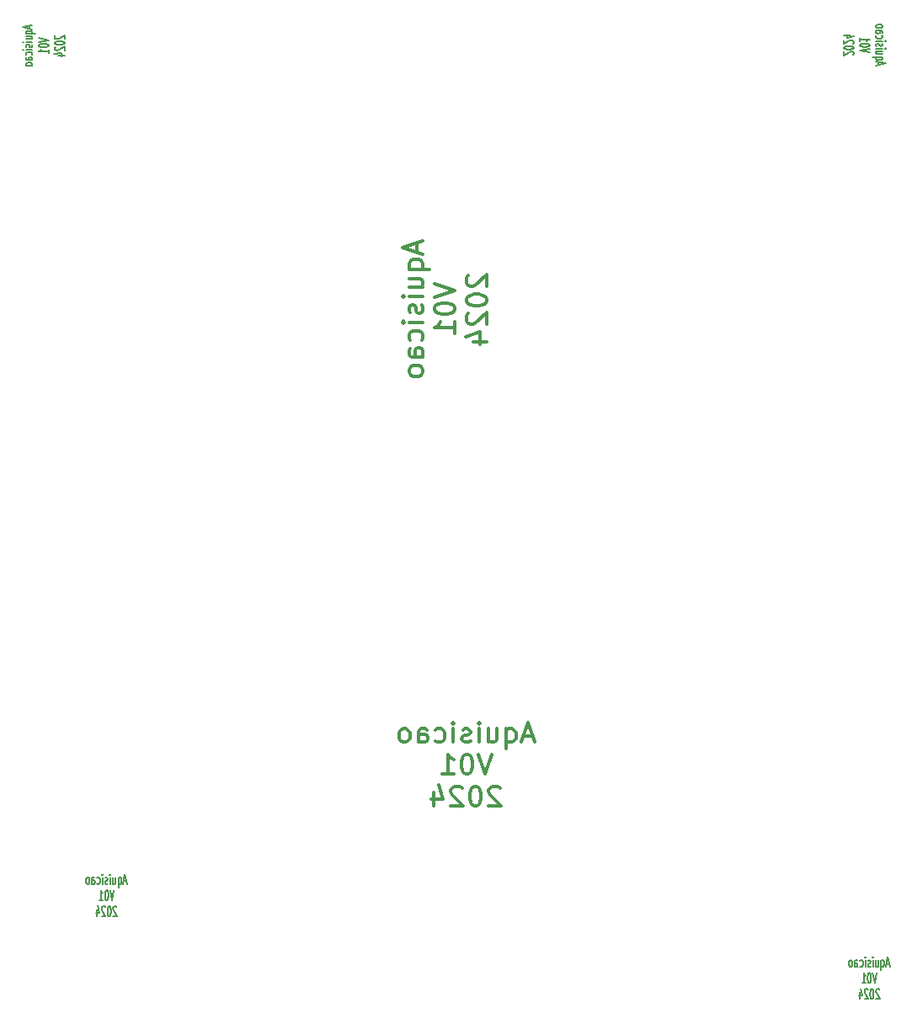
<source format=gbo>
G04 #@! TF.GenerationSoftware,KiCad,Pcbnew,7.0.10-7.0.10~ubuntu20.04.1*
G04 #@! TF.CreationDate,2024-07-24T18:32:25-03:00*
G04 #@! TF.ProjectId,Aquisicao_STM_Barramento_v01,41717569-7369-4636-916f-5f53544d5f42,v04*
G04 #@! TF.SameCoordinates,Original*
G04 #@! TF.FileFunction,Legend,Bot*
G04 #@! TF.FilePolarity,Positive*
%FSLAX46Y46*%
G04 Gerber Fmt 4.6, Leading zero omitted, Abs format (unit mm)*
G04 Created by KiCad (PCBNEW 7.0.10-7.0.10~ubuntu20.04.1) date 2024-07-24 18:32:25*
%MOMM*%
%LPD*%
G01*
G04 APERTURE LIST*
%ADD10C,0.300000*%
%ADD11C,0.150000*%
%ADD12R,1.700000X1.700000*%
%ADD13O,1.700000X1.700000*%
%ADD14R,2.250000X1.727200*%
%ADD15O,2.250000X1.727200*%
%ADD16O,1.727200X1.727200*%
%ADD17R,1.600000X1.600000*%
%ADD18C,1.600000*%
%ADD19R,1.800000X1.800000*%
%ADD20O,1.800000X1.800000*%
%ADD21R,1.905000X2.000000*%
%ADD22O,1.905000X2.000000*%
%ADD23O,2.500000X1.800000*%
%ADD24R,2.500000X1.800000*%
%ADD25R,1.727200X2.250000*%
%ADD26O,1.727200X2.250000*%
%ADD27R,2.200000X2.200000*%
%ADD28O,2.200000X2.200000*%
G04 APERTURE END LIST*
D10*
X154889286Y-123053209D02*
X153936905Y-123053209D01*
X155079762Y-123624638D02*
X154413096Y-121624638D01*
X154413096Y-121624638D02*
X153746429Y-123624638D01*
X152222619Y-122291304D02*
X152222619Y-124291304D01*
X152222619Y-123529400D02*
X152413095Y-123624638D01*
X152413095Y-123624638D02*
X152794048Y-123624638D01*
X152794048Y-123624638D02*
X152984524Y-123529400D01*
X152984524Y-123529400D02*
X153079762Y-123434161D01*
X153079762Y-123434161D02*
X153175000Y-123243685D01*
X153175000Y-123243685D02*
X153175000Y-122672257D01*
X153175000Y-122672257D02*
X153079762Y-122481780D01*
X153079762Y-122481780D02*
X152984524Y-122386542D01*
X152984524Y-122386542D02*
X152794048Y-122291304D01*
X152794048Y-122291304D02*
X152413095Y-122291304D01*
X152413095Y-122291304D02*
X152222619Y-122386542D01*
X150413095Y-122291304D02*
X150413095Y-123624638D01*
X151270238Y-122291304D02*
X151270238Y-123338923D01*
X151270238Y-123338923D02*
X151175000Y-123529400D01*
X151175000Y-123529400D02*
X150984524Y-123624638D01*
X150984524Y-123624638D02*
X150698809Y-123624638D01*
X150698809Y-123624638D02*
X150508333Y-123529400D01*
X150508333Y-123529400D02*
X150413095Y-123434161D01*
X149460714Y-123624638D02*
X149460714Y-122291304D01*
X149460714Y-121624638D02*
X149555952Y-121719876D01*
X149555952Y-121719876D02*
X149460714Y-121815114D01*
X149460714Y-121815114D02*
X149365476Y-121719876D01*
X149365476Y-121719876D02*
X149460714Y-121624638D01*
X149460714Y-121624638D02*
X149460714Y-121815114D01*
X148603571Y-123529400D02*
X148413095Y-123624638D01*
X148413095Y-123624638D02*
X148032143Y-123624638D01*
X148032143Y-123624638D02*
X147841666Y-123529400D01*
X147841666Y-123529400D02*
X147746428Y-123338923D01*
X147746428Y-123338923D02*
X147746428Y-123243685D01*
X147746428Y-123243685D02*
X147841666Y-123053209D01*
X147841666Y-123053209D02*
X148032143Y-122957971D01*
X148032143Y-122957971D02*
X148317857Y-122957971D01*
X148317857Y-122957971D02*
X148508333Y-122862733D01*
X148508333Y-122862733D02*
X148603571Y-122672257D01*
X148603571Y-122672257D02*
X148603571Y-122577019D01*
X148603571Y-122577019D02*
X148508333Y-122386542D01*
X148508333Y-122386542D02*
X148317857Y-122291304D01*
X148317857Y-122291304D02*
X148032143Y-122291304D01*
X148032143Y-122291304D02*
X147841666Y-122386542D01*
X146889285Y-123624638D02*
X146889285Y-122291304D01*
X146889285Y-121624638D02*
X146984523Y-121719876D01*
X146984523Y-121719876D02*
X146889285Y-121815114D01*
X146889285Y-121815114D02*
X146794047Y-121719876D01*
X146794047Y-121719876D02*
X146889285Y-121624638D01*
X146889285Y-121624638D02*
X146889285Y-121815114D01*
X145079761Y-123529400D02*
X145270237Y-123624638D01*
X145270237Y-123624638D02*
X145651190Y-123624638D01*
X145651190Y-123624638D02*
X145841666Y-123529400D01*
X145841666Y-123529400D02*
X145936904Y-123434161D01*
X145936904Y-123434161D02*
X146032142Y-123243685D01*
X146032142Y-123243685D02*
X146032142Y-122672257D01*
X146032142Y-122672257D02*
X145936904Y-122481780D01*
X145936904Y-122481780D02*
X145841666Y-122386542D01*
X145841666Y-122386542D02*
X145651190Y-122291304D01*
X145651190Y-122291304D02*
X145270237Y-122291304D01*
X145270237Y-122291304D02*
X145079761Y-122386542D01*
X143365475Y-123624638D02*
X143365475Y-122577019D01*
X143365475Y-122577019D02*
X143460713Y-122386542D01*
X143460713Y-122386542D02*
X143651189Y-122291304D01*
X143651189Y-122291304D02*
X144032142Y-122291304D01*
X144032142Y-122291304D02*
X144222618Y-122386542D01*
X143365475Y-123529400D02*
X143555951Y-123624638D01*
X143555951Y-123624638D02*
X144032142Y-123624638D01*
X144032142Y-123624638D02*
X144222618Y-123529400D01*
X144222618Y-123529400D02*
X144317856Y-123338923D01*
X144317856Y-123338923D02*
X144317856Y-123148447D01*
X144317856Y-123148447D02*
X144222618Y-122957971D01*
X144222618Y-122957971D02*
X144032142Y-122862733D01*
X144032142Y-122862733D02*
X143555951Y-122862733D01*
X143555951Y-122862733D02*
X143365475Y-122767495D01*
X142127380Y-123624638D02*
X142317856Y-123529400D01*
X142317856Y-123529400D02*
X142413094Y-123434161D01*
X142413094Y-123434161D02*
X142508332Y-123243685D01*
X142508332Y-123243685D02*
X142508332Y-122672257D01*
X142508332Y-122672257D02*
X142413094Y-122481780D01*
X142413094Y-122481780D02*
X142317856Y-122386542D01*
X142317856Y-122386542D02*
X142127380Y-122291304D01*
X142127380Y-122291304D02*
X141841665Y-122291304D01*
X141841665Y-122291304D02*
X141651189Y-122386542D01*
X141651189Y-122386542D02*
X141555951Y-122481780D01*
X141555951Y-122481780D02*
X141460713Y-122672257D01*
X141460713Y-122672257D02*
X141460713Y-123243685D01*
X141460713Y-123243685D02*
X141555951Y-123434161D01*
X141555951Y-123434161D02*
X141651189Y-123529400D01*
X141651189Y-123529400D02*
X141841665Y-123624638D01*
X141841665Y-123624638D02*
X142127380Y-123624638D01*
X150746428Y-124844638D02*
X150079762Y-126844638D01*
X150079762Y-126844638D02*
X149413095Y-124844638D01*
X148365476Y-124844638D02*
X148174999Y-124844638D01*
X148174999Y-124844638D02*
X147984523Y-124939876D01*
X147984523Y-124939876D02*
X147889285Y-125035114D01*
X147889285Y-125035114D02*
X147794047Y-125225590D01*
X147794047Y-125225590D02*
X147698809Y-125606542D01*
X147698809Y-125606542D02*
X147698809Y-126082733D01*
X147698809Y-126082733D02*
X147794047Y-126463685D01*
X147794047Y-126463685D02*
X147889285Y-126654161D01*
X147889285Y-126654161D02*
X147984523Y-126749400D01*
X147984523Y-126749400D02*
X148174999Y-126844638D01*
X148174999Y-126844638D02*
X148365476Y-126844638D01*
X148365476Y-126844638D02*
X148555952Y-126749400D01*
X148555952Y-126749400D02*
X148651190Y-126654161D01*
X148651190Y-126654161D02*
X148746428Y-126463685D01*
X148746428Y-126463685D02*
X148841666Y-126082733D01*
X148841666Y-126082733D02*
X148841666Y-125606542D01*
X148841666Y-125606542D02*
X148746428Y-125225590D01*
X148746428Y-125225590D02*
X148651190Y-125035114D01*
X148651190Y-125035114D02*
X148555952Y-124939876D01*
X148555952Y-124939876D02*
X148365476Y-124844638D01*
X145794047Y-126844638D02*
X146936904Y-126844638D01*
X146365476Y-126844638D02*
X146365476Y-124844638D01*
X146365476Y-124844638D02*
X146555952Y-125130352D01*
X146555952Y-125130352D02*
X146746428Y-125320828D01*
X146746428Y-125320828D02*
X146936904Y-125416066D01*
X151603571Y-128255114D02*
X151508333Y-128159876D01*
X151508333Y-128159876D02*
X151317857Y-128064638D01*
X151317857Y-128064638D02*
X150841666Y-128064638D01*
X150841666Y-128064638D02*
X150651190Y-128159876D01*
X150651190Y-128159876D02*
X150555952Y-128255114D01*
X150555952Y-128255114D02*
X150460714Y-128445590D01*
X150460714Y-128445590D02*
X150460714Y-128636066D01*
X150460714Y-128636066D02*
X150555952Y-128921780D01*
X150555952Y-128921780D02*
X151698809Y-130064638D01*
X151698809Y-130064638D02*
X150460714Y-130064638D01*
X149222619Y-128064638D02*
X149032142Y-128064638D01*
X149032142Y-128064638D02*
X148841666Y-128159876D01*
X148841666Y-128159876D02*
X148746428Y-128255114D01*
X148746428Y-128255114D02*
X148651190Y-128445590D01*
X148651190Y-128445590D02*
X148555952Y-128826542D01*
X148555952Y-128826542D02*
X148555952Y-129302733D01*
X148555952Y-129302733D02*
X148651190Y-129683685D01*
X148651190Y-129683685D02*
X148746428Y-129874161D01*
X148746428Y-129874161D02*
X148841666Y-129969400D01*
X148841666Y-129969400D02*
X149032142Y-130064638D01*
X149032142Y-130064638D02*
X149222619Y-130064638D01*
X149222619Y-130064638D02*
X149413095Y-129969400D01*
X149413095Y-129969400D02*
X149508333Y-129874161D01*
X149508333Y-129874161D02*
X149603571Y-129683685D01*
X149603571Y-129683685D02*
X149698809Y-129302733D01*
X149698809Y-129302733D02*
X149698809Y-128826542D01*
X149698809Y-128826542D02*
X149603571Y-128445590D01*
X149603571Y-128445590D02*
X149508333Y-128255114D01*
X149508333Y-128255114D02*
X149413095Y-128159876D01*
X149413095Y-128159876D02*
X149222619Y-128064638D01*
X147794047Y-128255114D02*
X147698809Y-128159876D01*
X147698809Y-128159876D02*
X147508333Y-128064638D01*
X147508333Y-128064638D02*
X147032142Y-128064638D01*
X147032142Y-128064638D02*
X146841666Y-128159876D01*
X146841666Y-128159876D02*
X146746428Y-128255114D01*
X146746428Y-128255114D02*
X146651190Y-128445590D01*
X146651190Y-128445590D02*
X146651190Y-128636066D01*
X146651190Y-128636066D02*
X146746428Y-128921780D01*
X146746428Y-128921780D02*
X147889285Y-130064638D01*
X147889285Y-130064638D02*
X146651190Y-130064638D01*
X144936904Y-128731304D02*
X144936904Y-130064638D01*
X145413095Y-127969400D02*
X145889285Y-129397971D01*
X145889285Y-129397971D02*
X144651190Y-129397971D01*
D11*
X104289104Y-51610714D02*
X104289104Y-51896429D01*
X104574819Y-51553571D02*
X103574819Y-51753571D01*
X103574819Y-51753571D02*
X104574819Y-51953571D01*
X103908152Y-52410715D02*
X104908152Y-52410715D01*
X104527200Y-52410715D02*
X104574819Y-52353572D01*
X104574819Y-52353572D02*
X104574819Y-52239286D01*
X104574819Y-52239286D02*
X104527200Y-52182143D01*
X104527200Y-52182143D02*
X104479580Y-52153572D01*
X104479580Y-52153572D02*
X104384342Y-52125000D01*
X104384342Y-52125000D02*
X104098628Y-52125000D01*
X104098628Y-52125000D02*
X104003390Y-52153572D01*
X104003390Y-52153572D02*
X103955771Y-52182143D01*
X103955771Y-52182143D02*
X103908152Y-52239286D01*
X103908152Y-52239286D02*
X103908152Y-52353572D01*
X103908152Y-52353572D02*
X103955771Y-52410715D01*
X103908152Y-52953572D02*
X104574819Y-52953572D01*
X103908152Y-52696429D02*
X104431961Y-52696429D01*
X104431961Y-52696429D02*
X104527200Y-52725000D01*
X104527200Y-52725000D02*
X104574819Y-52782143D01*
X104574819Y-52782143D02*
X104574819Y-52867857D01*
X104574819Y-52867857D02*
X104527200Y-52925000D01*
X104527200Y-52925000D02*
X104479580Y-52953572D01*
X104574819Y-53239286D02*
X103908152Y-53239286D01*
X103574819Y-53239286D02*
X103622438Y-53210714D01*
X103622438Y-53210714D02*
X103670057Y-53239286D01*
X103670057Y-53239286D02*
X103622438Y-53267857D01*
X103622438Y-53267857D02*
X103574819Y-53239286D01*
X103574819Y-53239286D02*
X103670057Y-53239286D01*
X104527200Y-53496428D02*
X104574819Y-53553571D01*
X104574819Y-53553571D02*
X104574819Y-53667857D01*
X104574819Y-53667857D02*
X104527200Y-53725000D01*
X104527200Y-53725000D02*
X104431961Y-53753571D01*
X104431961Y-53753571D02*
X104384342Y-53753571D01*
X104384342Y-53753571D02*
X104289104Y-53725000D01*
X104289104Y-53725000D02*
X104241485Y-53667857D01*
X104241485Y-53667857D02*
X104241485Y-53582143D01*
X104241485Y-53582143D02*
X104193866Y-53525000D01*
X104193866Y-53525000D02*
X104098628Y-53496428D01*
X104098628Y-53496428D02*
X104051009Y-53496428D01*
X104051009Y-53496428D02*
X103955771Y-53525000D01*
X103955771Y-53525000D02*
X103908152Y-53582143D01*
X103908152Y-53582143D02*
X103908152Y-53667857D01*
X103908152Y-53667857D02*
X103955771Y-53725000D01*
X104574819Y-54010714D02*
X103908152Y-54010714D01*
X103574819Y-54010714D02*
X103622438Y-53982142D01*
X103622438Y-53982142D02*
X103670057Y-54010714D01*
X103670057Y-54010714D02*
X103622438Y-54039285D01*
X103622438Y-54039285D02*
X103574819Y-54010714D01*
X103574819Y-54010714D02*
X103670057Y-54010714D01*
X104527200Y-54553571D02*
X104574819Y-54496428D01*
X104574819Y-54496428D02*
X104574819Y-54382142D01*
X104574819Y-54382142D02*
X104527200Y-54324999D01*
X104527200Y-54324999D02*
X104479580Y-54296428D01*
X104479580Y-54296428D02*
X104384342Y-54267856D01*
X104384342Y-54267856D02*
X104098628Y-54267856D01*
X104098628Y-54267856D02*
X104003390Y-54296428D01*
X104003390Y-54296428D02*
X103955771Y-54324999D01*
X103955771Y-54324999D02*
X103908152Y-54382142D01*
X103908152Y-54382142D02*
X103908152Y-54496428D01*
X103908152Y-54496428D02*
X103955771Y-54553571D01*
X104574819Y-55067857D02*
X104051009Y-55067857D01*
X104051009Y-55067857D02*
X103955771Y-55039285D01*
X103955771Y-55039285D02*
X103908152Y-54982142D01*
X103908152Y-54982142D02*
X103908152Y-54867857D01*
X103908152Y-54867857D02*
X103955771Y-54810714D01*
X104527200Y-55067857D02*
X104574819Y-55010714D01*
X104574819Y-55010714D02*
X104574819Y-54867857D01*
X104574819Y-54867857D02*
X104527200Y-54810714D01*
X104527200Y-54810714D02*
X104431961Y-54782142D01*
X104431961Y-54782142D02*
X104336723Y-54782142D01*
X104336723Y-54782142D02*
X104241485Y-54810714D01*
X104241485Y-54810714D02*
X104193866Y-54867857D01*
X104193866Y-54867857D02*
X104193866Y-55010714D01*
X104193866Y-55010714D02*
X104146247Y-55067857D01*
X104574819Y-55439285D02*
X104527200Y-55382142D01*
X104527200Y-55382142D02*
X104479580Y-55353571D01*
X104479580Y-55353571D02*
X104384342Y-55324999D01*
X104384342Y-55324999D02*
X104098628Y-55324999D01*
X104098628Y-55324999D02*
X104003390Y-55353571D01*
X104003390Y-55353571D02*
X103955771Y-55382142D01*
X103955771Y-55382142D02*
X103908152Y-55439285D01*
X103908152Y-55439285D02*
X103908152Y-55524999D01*
X103908152Y-55524999D02*
X103955771Y-55582142D01*
X103955771Y-55582142D02*
X104003390Y-55610714D01*
X104003390Y-55610714D02*
X104098628Y-55639285D01*
X104098628Y-55639285D02*
X104384342Y-55639285D01*
X104384342Y-55639285D02*
X104479580Y-55610714D01*
X104479580Y-55610714D02*
X104527200Y-55582142D01*
X104527200Y-55582142D02*
X104574819Y-55524999D01*
X104574819Y-55524999D02*
X104574819Y-55439285D01*
X105184819Y-52853570D02*
X106184819Y-53053570D01*
X106184819Y-53053570D02*
X105184819Y-53253570D01*
X105184819Y-53567856D02*
X105184819Y-53624999D01*
X105184819Y-53624999D02*
X105232438Y-53682142D01*
X105232438Y-53682142D02*
X105280057Y-53710714D01*
X105280057Y-53710714D02*
X105375295Y-53739285D01*
X105375295Y-53739285D02*
X105565771Y-53767856D01*
X105565771Y-53767856D02*
X105803866Y-53767856D01*
X105803866Y-53767856D02*
X105994342Y-53739285D01*
X105994342Y-53739285D02*
X106089580Y-53710714D01*
X106089580Y-53710714D02*
X106137200Y-53682142D01*
X106137200Y-53682142D02*
X106184819Y-53624999D01*
X106184819Y-53624999D02*
X106184819Y-53567856D01*
X106184819Y-53567856D02*
X106137200Y-53510714D01*
X106137200Y-53510714D02*
X106089580Y-53482142D01*
X106089580Y-53482142D02*
X105994342Y-53453571D01*
X105994342Y-53453571D02*
X105803866Y-53424999D01*
X105803866Y-53424999D02*
X105565771Y-53424999D01*
X105565771Y-53424999D02*
X105375295Y-53453571D01*
X105375295Y-53453571D02*
X105280057Y-53482142D01*
X105280057Y-53482142D02*
X105232438Y-53510714D01*
X105232438Y-53510714D02*
X105184819Y-53567856D01*
X106184819Y-54339285D02*
X106184819Y-53996428D01*
X106184819Y-54167857D02*
X105184819Y-54167857D01*
X105184819Y-54167857D02*
X105327676Y-54110714D01*
X105327676Y-54110714D02*
X105422914Y-54053571D01*
X105422914Y-54053571D02*
X105470533Y-53996428D01*
X106890057Y-52596427D02*
X106842438Y-52624999D01*
X106842438Y-52624999D02*
X106794819Y-52682142D01*
X106794819Y-52682142D02*
X106794819Y-52824999D01*
X106794819Y-52824999D02*
X106842438Y-52882142D01*
X106842438Y-52882142D02*
X106890057Y-52910713D01*
X106890057Y-52910713D02*
X106985295Y-52939284D01*
X106985295Y-52939284D02*
X107080533Y-52939284D01*
X107080533Y-52939284D02*
X107223390Y-52910713D01*
X107223390Y-52910713D02*
X107794819Y-52567856D01*
X107794819Y-52567856D02*
X107794819Y-52939284D01*
X106794819Y-53310713D02*
X106794819Y-53367856D01*
X106794819Y-53367856D02*
X106842438Y-53424999D01*
X106842438Y-53424999D02*
X106890057Y-53453571D01*
X106890057Y-53453571D02*
X106985295Y-53482142D01*
X106985295Y-53482142D02*
X107175771Y-53510713D01*
X107175771Y-53510713D02*
X107413866Y-53510713D01*
X107413866Y-53510713D02*
X107604342Y-53482142D01*
X107604342Y-53482142D02*
X107699580Y-53453571D01*
X107699580Y-53453571D02*
X107747200Y-53424999D01*
X107747200Y-53424999D02*
X107794819Y-53367856D01*
X107794819Y-53367856D02*
X107794819Y-53310713D01*
X107794819Y-53310713D02*
X107747200Y-53253571D01*
X107747200Y-53253571D02*
X107699580Y-53224999D01*
X107699580Y-53224999D02*
X107604342Y-53196428D01*
X107604342Y-53196428D02*
X107413866Y-53167856D01*
X107413866Y-53167856D02*
X107175771Y-53167856D01*
X107175771Y-53167856D02*
X106985295Y-53196428D01*
X106985295Y-53196428D02*
X106890057Y-53224999D01*
X106890057Y-53224999D02*
X106842438Y-53253571D01*
X106842438Y-53253571D02*
X106794819Y-53310713D01*
X106890057Y-53739285D02*
X106842438Y-53767857D01*
X106842438Y-53767857D02*
X106794819Y-53825000D01*
X106794819Y-53825000D02*
X106794819Y-53967857D01*
X106794819Y-53967857D02*
X106842438Y-54025000D01*
X106842438Y-54025000D02*
X106890057Y-54053571D01*
X106890057Y-54053571D02*
X106985295Y-54082142D01*
X106985295Y-54082142D02*
X107080533Y-54082142D01*
X107080533Y-54082142D02*
X107223390Y-54053571D01*
X107223390Y-54053571D02*
X107794819Y-53710714D01*
X107794819Y-53710714D02*
X107794819Y-54082142D01*
X107128152Y-54596429D02*
X107794819Y-54596429D01*
X106747200Y-54453571D02*
X107461485Y-54310714D01*
X107461485Y-54310714D02*
X107461485Y-54682143D01*
X190714285Y-145939104D02*
X190428571Y-145939104D01*
X190771428Y-146224819D02*
X190571428Y-145224819D01*
X190571428Y-145224819D02*
X190371428Y-146224819D01*
X189914285Y-145558152D02*
X189914285Y-146558152D01*
X189914285Y-146177200D02*
X189971427Y-146224819D01*
X189971427Y-146224819D02*
X190085713Y-146224819D01*
X190085713Y-146224819D02*
X190142856Y-146177200D01*
X190142856Y-146177200D02*
X190171427Y-146129580D01*
X190171427Y-146129580D02*
X190199999Y-146034342D01*
X190199999Y-146034342D02*
X190199999Y-145748628D01*
X190199999Y-145748628D02*
X190171427Y-145653390D01*
X190171427Y-145653390D02*
X190142856Y-145605771D01*
X190142856Y-145605771D02*
X190085713Y-145558152D01*
X190085713Y-145558152D02*
X189971427Y-145558152D01*
X189971427Y-145558152D02*
X189914285Y-145605771D01*
X189371428Y-145558152D02*
X189371428Y-146224819D01*
X189628570Y-145558152D02*
X189628570Y-146081961D01*
X189628570Y-146081961D02*
X189599999Y-146177200D01*
X189599999Y-146177200D02*
X189542856Y-146224819D01*
X189542856Y-146224819D02*
X189457142Y-146224819D01*
X189457142Y-146224819D02*
X189399999Y-146177200D01*
X189399999Y-146177200D02*
X189371428Y-146129580D01*
X189085713Y-146224819D02*
X189085713Y-145558152D01*
X189085713Y-145224819D02*
X189114285Y-145272438D01*
X189114285Y-145272438D02*
X189085713Y-145320057D01*
X189085713Y-145320057D02*
X189057142Y-145272438D01*
X189057142Y-145272438D02*
X189085713Y-145224819D01*
X189085713Y-145224819D02*
X189085713Y-145320057D01*
X188828571Y-146177200D02*
X188771428Y-146224819D01*
X188771428Y-146224819D02*
X188657142Y-146224819D01*
X188657142Y-146224819D02*
X188599999Y-146177200D01*
X188599999Y-146177200D02*
X188571428Y-146081961D01*
X188571428Y-146081961D02*
X188571428Y-146034342D01*
X188571428Y-146034342D02*
X188599999Y-145939104D01*
X188599999Y-145939104D02*
X188657142Y-145891485D01*
X188657142Y-145891485D02*
X188742857Y-145891485D01*
X188742857Y-145891485D02*
X188799999Y-145843866D01*
X188799999Y-145843866D02*
X188828571Y-145748628D01*
X188828571Y-145748628D02*
X188828571Y-145701009D01*
X188828571Y-145701009D02*
X188799999Y-145605771D01*
X188799999Y-145605771D02*
X188742857Y-145558152D01*
X188742857Y-145558152D02*
X188657142Y-145558152D01*
X188657142Y-145558152D02*
X188599999Y-145605771D01*
X188314285Y-146224819D02*
X188314285Y-145558152D01*
X188314285Y-145224819D02*
X188342857Y-145272438D01*
X188342857Y-145272438D02*
X188314285Y-145320057D01*
X188314285Y-145320057D02*
X188285714Y-145272438D01*
X188285714Y-145272438D02*
X188314285Y-145224819D01*
X188314285Y-145224819D02*
X188314285Y-145320057D01*
X187771429Y-146177200D02*
X187828571Y-146224819D01*
X187828571Y-146224819D02*
X187942857Y-146224819D01*
X187942857Y-146224819D02*
X188000000Y-146177200D01*
X188000000Y-146177200D02*
X188028571Y-146129580D01*
X188028571Y-146129580D02*
X188057143Y-146034342D01*
X188057143Y-146034342D02*
X188057143Y-145748628D01*
X188057143Y-145748628D02*
X188028571Y-145653390D01*
X188028571Y-145653390D02*
X188000000Y-145605771D01*
X188000000Y-145605771D02*
X187942857Y-145558152D01*
X187942857Y-145558152D02*
X187828571Y-145558152D01*
X187828571Y-145558152D02*
X187771429Y-145605771D01*
X187257143Y-146224819D02*
X187257143Y-145701009D01*
X187257143Y-145701009D02*
X187285714Y-145605771D01*
X187285714Y-145605771D02*
X187342857Y-145558152D01*
X187342857Y-145558152D02*
X187457143Y-145558152D01*
X187457143Y-145558152D02*
X187514285Y-145605771D01*
X187257143Y-146177200D02*
X187314285Y-146224819D01*
X187314285Y-146224819D02*
X187457143Y-146224819D01*
X187457143Y-146224819D02*
X187514285Y-146177200D01*
X187514285Y-146177200D02*
X187542857Y-146081961D01*
X187542857Y-146081961D02*
X187542857Y-145986723D01*
X187542857Y-145986723D02*
X187514285Y-145891485D01*
X187514285Y-145891485D02*
X187457143Y-145843866D01*
X187457143Y-145843866D02*
X187314285Y-145843866D01*
X187314285Y-145843866D02*
X187257143Y-145796247D01*
X186885714Y-146224819D02*
X186942857Y-146177200D01*
X186942857Y-146177200D02*
X186971428Y-146129580D01*
X186971428Y-146129580D02*
X187000000Y-146034342D01*
X187000000Y-146034342D02*
X187000000Y-145748628D01*
X187000000Y-145748628D02*
X186971428Y-145653390D01*
X186971428Y-145653390D02*
X186942857Y-145605771D01*
X186942857Y-145605771D02*
X186885714Y-145558152D01*
X186885714Y-145558152D02*
X186800000Y-145558152D01*
X186800000Y-145558152D02*
X186742857Y-145605771D01*
X186742857Y-145605771D02*
X186714286Y-145653390D01*
X186714286Y-145653390D02*
X186685714Y-145748628D01*
X186685714Y-145748628D02*
X186685714Y-146034342D01*
X186685714Y-146034342D02*
X186714286Y-146129580D01*
X186714286Y-146129580D02*
X186742857Y-146177200D01*
X186742857Y-146177200D02*
X186800000Y-146224819D01*
X186800000Y-146224819D02*
X186885714Y-146224819D01*
X189471429Y-146834819D02*
X189271429Y-147834819D01*
X189271429Y-147834819D02*
X189071429Y-146834819D01*
X188757143Y-146834819D02*
X188700000Y-146834819D01*
X188700000Y-146834819D02*
X188642857Y-146882438D01*
X188642857Y-146882438D02*
X188614286Y-146930057D01*
X188614286Y-146930057D02*
X188585714Y-147025295D01*
X188585714Y-147025295D02*
X188557143Y-147215771D01*
X188557143Y-147215771D02*
X188557143Y-147453866D01*
X188557143Y-147453866D02*
X188585714Y-147644342D01*
X188585714Y-147644342D02*
X188614286Y-147739580D01*
X188614286Y-147739580D02*
X188642857Y-147787200D01*
X188642857Y-147787200D02*
X188700000Y-147834819D01*
X188700000Y-147834819D02*
X188757143Y-147834819D01*
X188757143Y-147834819D02*
X188814286Y-147787200D01*
X188814286Y-147787200D02*
X188842857Y-147739580D01*
X188842857Y-147739580D02*
X188871428Y-147644342D01*
X188871428Y-147644342D02*
X188900000Y-147453866D01*
X188900000Y-147453866D02*
X188900000Y-147215771D01*
X188900000Y-147215771D02*
X188871428Y-147025295D01*
X188871428Y-147025295D02*
X188842857Y-146930057D01*
X188842857Y-146930057D02*
X188814286Y-146882438D01*
X188814286Y-146882438D02*
X188757143Y-146834819D01*
X187985714Y-147834819D02*
X188328571Y-147834819D01*
X188157142Y-147834819D02*
X188157142Y-146834819D01*
X188157142Y-146834819D02*
X188214285Y-146977676D01*
X188214285Y-146977676D02*
X188271428Y-147072914D01*
X188271428Y-147072914D02*
X188328571Y-147120533D01*
X189728572Y-148540057D02*
X189700000Y-148492438D01*
X189700000Y-148492438D02*
X189642858Y-148444819D01*
X189642858Y-148444819D02*
X189500000Y-148444819D01*
X189500000Y-148444819D02*
X189442858Y-148492438D01*
X189442858Y-148492438D02*
X189414286Y-148540057D01*
X189414286Y-148540057D02*
X189385715Y-148635295D01*
X189385715Y-148635295D02*
X189385715Y-148730533D01*
X189385715Y-148730533D02*
X189414286Y-148873390D01*
X189414286Y-148873390D02*
X189757143Y-149444819D01*
X189757143Y-149444819D02*
X189385715Y-149444819D01*
X189014286Y-148444819D02*
X188957143Y-148444819D01*
X188957143Y-148444819D02*
X188900000Y-148492438D01*
X188900000Y-148492438D02*
X188871429Y-148540057D01*
X188871429Y-148540057D02*
X188842857Y-148635295D01*
X188842857Y-148635295D02*
X188814286Y-148825771D01*
X188814286Y-148825771D02*
X188814286Y-149063866D01*
X188814286Y-149063866D02*
X188842857Y-149254342D01*
X188842857Y-149254342D02*
X188871429Y-149349580D01*
X188871429Y-149349580D02*
X188900000Y-149397200D01*
X188900000Y-149397200D02*
X188957143Y-149444819D01*
X188957143Y-149444819D02*
X189014286Y-149444819D01*
X189014286Y-149444819D02*
X189071429Y-149397200D01*
X189071429Y-149397200D02*
X189100000Y-149349580D01*
X189100000Y-149349580D02*
X189128571Y-149254342D01*
X189128571Y-149254342D02*
X189157143Y-149063866D01*
X189157143Y-149063866D02*
X189157143Y-148825771D01*
X189157143Y-148825771D02*
X189128571Y-148635295D01*
X189128571Y-148635295D02*
X189100000Y-148540057D01*
X189100000Y-148540057D02*
X189071429Y-148492438D01*
X189071429Y-148492438D02*
X189014286Y-148444819D01*
X188585714Y-148540057D02*
X188557142Y-148492438D01*
X188557142Y-148492438D02*
X188500000Y-148444819D01*
X188500000Y-148444819D02*
X188357142Y-148444819D01*
X188357142Y-148444819D02*
X188300000Y-148492438D01*
X188300000Y-148492438D02*
X188271428Y-148540057D01*
X188271428Y-148540057D02*
X188242857Y-148635295D01*
X188242857Y-148635295D02*
X188242857Y-148730533D01*
X188242857Y-148730533D02*
X188271428Y-148873390D01*
X188271428Y-148873390D02*
X188614285Y-149444819D01*
X188614285Y-149444819D02*
X188242857Y-149444819D01*
X187728571Y-148778152D02*
X187728571Y-149444819D01*
X187871428Y-148397200D02*
X188014285Y-149111485D01*
X188014285Y-149111485D02*
X187642856Y-149111485D01*
X114014285Y-137614104D02*
X113728571Y-137614104D01*
X114071428Y-137899819D02*
X113871428Y-136899819D01*
X113871428Y-136899819D02*
X113671428Y-137899819D01*
X113214285Y-137233152D02*
X113214285Y-138233152D01*
X113214285Y-137852200D02*
X113271427Y-137899819D01*
X113271427Y-137899819D02*
X113385713Y-137899819D01*
X113385713Y-137899819D02*
X113442856Y-137852200D01*
X113442856Y-137852200D02*
X113471427Y-137804580D01*
X113471427Y-137804580D02*
X113499999Y-137709342D01*
X113499999Y-137709342D02*
X113499999Y-137423628D01*
X113499999Y-137423628D02*
X113471427Y-137328390D01*
X113471427Y-137328390D02*
X113442856Y-137280771D01*
X113442856Y-137280771D02*
X113385713Y-137233152D01*
X113385713Y-137233152D02*
X113271427Y-137233152D01*
X113271427Y-137233152D02*
X113214285Y-137280771D01*
X112671428Y-137233152D02*
X112671428Y-137899819D01*
X112928570Y-137233152D02*
X112928570Y-137756961D01*
X112928570Y-137756961D02*
X112899999Y-137852200D01*
X112899999Y-137852200D02*
X112842856Y-137899819D01*
X112842856Y-137899819D02*
X112757142Y-137899819D01*
X112757142Y-137899819D02*
X112699999Y-137852200D01*
X112699999Y-137852200D02*
X112671428Y-137804580D01*
X112385713Y-137899819D02*
X112385713Y-137233152D01*
X112385713Y-136899819D02*
X112414285Y-136947438D01*
X112414285Y-136947438D02*
X112385713Y-136995057D01*
X112385713Y-136995057D02*
X112357142Y-136947438D01*
X112357142Y-136947438D02*
X112385713Y-136899819D01*
X112385713Y-136899819D02*
X112385713Y-136995057D01*
X112128571Y-137852200D02*
X112071428Y-137899819D01*
X112071428Y-137899819D02*
X111957142Y-137899819D01*
X111957142Y-137899819D02*
X111899999Y-137852200D01*
X111899999Y-137852200D02*
X111871428Y-137756961D01*
X111871428Y-137756961D02*
X111871428Y-137709342D01*
X111871428Y-137709342D02*
X111899999Y-137614104D01*
X111899999Y-137614104D02*
X111957142Y-137566485D01*
X111957142Y-137566485D02*
X112042857Y-137566485D01*
X112042857Y-137566485D02*
X112099999Y-137518866D01*
X112099999Y-137518866D02*
X112128571Y-137423628D01*
X112128571Y-137423628D02*
X112128571Y-137376009D01*
X112128571Y-137376009D02*
X112099999Y-137280771D01*
X112099999Y-137280771D02*
X112042857Y-137233152D01*
X112042857Y-137233152D02*
X111957142Y-137233152D01*
X111957142Y-137233152D02*
X111899999Y-137280771D01*
X111614285Y-137899819D02*
X111614285Y-137233152D01*
X111614285Y-136899819D02*
X111642857Y-136947438D01*
X111642857Y-136947438D02*
X111614285Y-136995057D01*
X111614285Y-136995057D02*
X111585714Y-136947438D01*
X111585714Y-136947438D02*
X111614285Y-136899819D01*
X111614285Y-136899819D02*
X111614285Y-136995057D01*
X111071429Y-137852200D02*
X111128571Y-137899819D01*
X111128571Y-137899819D02*
X111242857Y-137899819D01*
X111242857Y-137899819D02*
X111300000Y-137852200D01*
X111300000Y-137852200D02*
X111328571Y-137804580D01*
X111328571Y-137804580D02*
X111357143Y-137709342D01*
X111357143Y-137709342D02*
X111357143Y-137423628D01*
X111357143Y-137423628D02*
X111328571Y-137328390D01*
X111328571Y-137328390D02*
X111300000Y-137280771D01*
X111300000Y-137280771D02*
X111242857Y-137233152D01*
X111242857Y-137233152D02*
X111128571Y-137233152D01*
X111128571Y-137233152D02*
X111071429Y-137280771D01*
X110557143Y-137899819D02*
X110557143Y-137376009D01*
X110557143Y-137376009D02*
X110585714Y-137280771D01*
X110585714Y-137280771D02*
X110642857Y-137233152D01*
X110642857Y-137233152D02*
X110757143Y-137233152D01*
X110757143Y-137233152D02*
X110814285Y-137280771D01*
X110557143Y-137852200D02*
X110614285Y-137899819D01*
X110614285Y-137899819D02*
X110757143Y-137899819D01*
X110757143Y-137899819D02*
X110814285Y-137852200D01*
X110814285Y-137852200D02*
X110842857Y-137756961D01*
X110842857Y-137756961D02*
X110842857Y-137661723D01*
X110842857Y-137661723D02*
X110814285Y-137566485D01*
X110814285Y-137566485D02*
X110757143Y-137518866D01*
X110757143Y-137518866D02*
X110614285Y-137518866D01*
X110614285Y-137518866D02*
X110557143Y-137471247D01*
X110185714Y-137899819D02*
X110242857Y-137852200D01*
X110242857Y-137852200D02*
X110271428Y-137804580D01*
X110271428Y-137804580D02*
X110300000Y-137709342D01*
X110300000Y-137709342D02*
X110300000Y-137423628D01*
X110300000Y-137423628D02*
X110271428Y-137328390D01*
X110271428Y-137328390D02*
X110242857Y-137280771D01*
X110242857Y-137280771D02*
X110185714Y-137233152D01*
X110185714Y-137233152D02*
X110100000Y-137233152D01*
X110100000Y-137233152D02*
X110042857Y-137280771D01*
X110042857Y-137280771D02*
X110014286Y-137328390D01*
X110014286Y-137328390D02*
X109985714Y-137423628D01*
X109985714Y-137423628D02*
X109985714Y-137709342D01*
X109985714Y-137709342D02*
X110014286Y-137804580D01*
X110014286Y-137804580D02*
X110042857Y-137852200D01*
X110042857Y-137852200D02*
X110100000Y-137899819D01*
X110100000Y-137899819D02*
X110185714Y-137899819D01*
X112771429Y-138509819D02*
X112571429Y-139509819D01*
X112571429Y-139509819D02*
X112371429Y-138509819D01*
X112057143Y-138509819D02*
X112000000Y-138509819D01*
X112000000Y-138509819D02*
X111942857Y-138557438D01*
X111942857Y-138557438D02*
X111914286Y-138605057D01*
X111914286Y-138605057D02*
X111885714Y-138700295D01*
X111885714Y-138700295D02*
X111857143Y-138890771D01*
X111857143Y-138890771D02*
X111857143Y-139128866D01*
X111857143Y-139128866D02*
X111885714Y-139319342D01*
X111885714Y-139319342D02*
X111914286Y-139414580D01*
X111914286Y-139414580D02*
X111942857Y-139462200D01*
X111942857Y-139462200D02*
X112000000Y-139509819D01*
X112000000Y-139509819D02*
X112057143Y-139509819D01*
X112057143Y-139509819D02*
X112114286Y-139462200D01*
X112114286Y-139462200D02*
X112142857Y-139414580D01*
X112142857Y-139414580D02*
X112171428Y-139319342D01*
X112171428Y-139319342D02*
X112200000Y-139128866D01*
X112200000Y-139128866D02*
X112200000Y-138890771D01*
X112200000Y-138890771D02*
X112171428Y-138700295D01*
X112171428Y-138700295D02*
X112142857Y-138605057D01*
X112142857Y-138605057D02*
X112114286Y-138557438D01*
X112114286Y-138557438D02*
X112057143Y-138509819D01*
X111285714Y-139509819D02*
X111628571Y-139509819D01*
X111457142Y-139509819D02*
X111457142Y-138509819D01*
X111457142Y-138509819D02*
X111514285Y-138652676D01*
X111514285Y-138652676D02*
X111571428Y-138747914D01*
X111571428Y-138747914D02*
X111628571Y-138795533D01*
X113028572Y-140215057D02*
X113000000Y-140167438D01*
X113000000Y-140167438D02*
X112942858Y-140119819D01*
X112942858Y-140119819D02*
X112800000Y-140119819D01*
X112800000Y-140119819D02*
X112742858Y-140167438D01*
X112742858Y-140167438D02*
X112714286Y-140215057D01*
X112714286Y-140215057D02*
X112685715Y-140310295D01*
X112685715Y-140310295D02*
X112685715Y-140405533D01*
X112685715Y-140405533D02*
X112714286Y-140548390D01*
X112714286Y-140548390D02*
X113057143Y-141119819D01*
X113057143Y-141119819D02*
X112685715Y-141119819D01*
X112314286Y-140119819D02*
X112257143Y-140119819D01*
X112257143Y-140119819D02*
X112200000Y-140167438D01*
X112200000Y-140167438D02*
X112171429Y-140215057D01*
X112171429Y-140215057D02*
X112142857Y-140310295D01*
X112142857Y-140310295D02*
X112114286Y-140500771D01*
X112114286Y-140500771D02*
X112114286Y-140738866D01*
X112114286Y-140738866D02*
X112142857Y-140929342D01*
X112142857Y-140929342D02*
X112171429Y-141024580D01*
X112171429Y-141024580D02*
X112200000Y-141072200D01*
X112200000Y-141072200D02*
X112257143Y-141119819D01*
X112257143Y-141119819D02*
X112314286Y-141119819D01*
X112314286Y-141119819D02*
X112371429Y-141072200D01*
X112371429Y-141072200D02*
X112400000Y-141024580D01*
X112400000Y-141024580D02*
X112428571Y-140929342D01*
X112428571Y-140929342D02*
X112457143Y-140738866D01*
X112457143Y-140738866D02*
X112457143Y-140500771D01*
X112457143Y-140500771D02*
X112428571Y-140310295D01*
X112428571Y-140310295D02*
X112400000Y-140215057D01*
X112400000Y-140215057D02*
X112371429Y-140167438D01*
X112371429Y-140167438D02*
X112314286Y-140119819D01*
X111885714Y-140215057D02*
X111857142Y-140167438D01*
X111857142Y-140167438D02*
X111800000Y-140119819D01*
X111800000Y-140119819D02*
X111657142Y-140119819D01*
X111657142Y-140119819D02*
X111600000Y-140167438D01*
X111600000Y-140167438D02*
X111571428Y-140215057D01*
X111571428Y-140215057D02*
X111542857Y-140310295D01*
X111542857Y-140310295D02*
X111542857Y-140405533D01*
X111542857Y-140405533D02*
X111571428Y-140548390D01*
X111571428Y-140548390D02*
X111914285Y-141119819D01*
X111914285Y-141119819D02*
X111542857Y-141119819D01*
X111028571Y-140453152D02*
X111028571Y-141119819D01*
X111171428Y-140072200D02*
X111314285Y-140786485D01*
X111314285Y-140786485D02*
X110942856Y-140786485D01*
X189660895Y-55539285D02*
X189660895Y-55253571D01*
X189375180Y-55596428D02*
X190375180Y-55396428D01*
X190375180Y-55396428D02*
X189375180Y-55196428D01*
X190041847Y-54739285D02*
X189041847Y-54739285D01*
X189422800Y-54739285D02*
X189375180Y-54796427D01*
X189375180Y-54796427D02*
X189375180Y-54910713D01*
X189375180Y-54910713D02*
X189422800Y-54967856D01*
X189422800Y-54967856D02*
X189470419Y-54996427D01*
X189470419Y-54996427D02*
X189565657Y-55024999D01*
X189565657Y-55024999D02*
X189851371Y-55024999D01*
X189851371Y-55024999D02*
X189946609Y-54996427D01*
X189946609Y-54996427D02*
X189994228Y-54967856D01*
X189994228Y-54967856D02*
X190041847Y-54910713D01*
X190041847Y-54910713D02*
X190041847Y-54796427D01*
X190041847Y-54796427D02*
X189994228Y-54739285D01*
X190041847Y-54196428D02*
X189375180Y-54196428D01*
X190041847Y-54453570D02*
X189518038Y-54453570D01*
X189518038Y-54453570D02*
X189422800Y-54424999D01*
X189422800Y-54424999D02*
X189375180Y-54367856D01*
X189375180Y-54367856D02*
X189375180Y-54282142D01*
X189375180Y-54282142D02*
X189422800Y-54224999D01*
X189422800Y-54224999D02*
X189470419Y-54196428D01*
X189375180Y-53910713D02*
X190041847Y-53910713D01*
X190375180Y-53910713D02*
X190327561Y-53939285D01*
X190327561Y-53939285D02*
X190279942Y-53910713D01*
X190279942Y-53910713D02*
X190327561Y-53882142D01*
X190327561Y-53882142D02*
X190375180Y-53910713D01*
X190375180Y-53910713D02*
X190279942Y-53910713D01*
X189422800Y-53653571D02*
X189375180Y-53596428D01*
X189375180Y-53596428D02*
X189375180Y-53482142D01*
X189375180Y-53482142D02*
X189422800Y-53424999D01*
X189422800Y-53424999D02*
X189518038Y-53396428D01*
X189518038Y-53396428D02*
X189565657Y-53396428D01*
X189565657Y-53396428D02*
X189660895Y-53424999D01*
X189660895Y-53424999D02*
X189708514Y-53482142D01*
X189708514Y-53482142D02*
X189708514Y-53567857D01*
X189708514Y-53567857D02*
X189756133Y-53624999D01*
X189756133Y-53624999D02*
X189851371Y-53653571D01*
X189851371Y-53653571D02*
X189898990Y-53653571D01*
X189898990Y-53653571D02*
X189994228Y-53624999D01*
X189994228Y-53624999D02*
X190041847Y-53567857D01*
X190041847Y-53567857D02*
X190041847Y-53482142D01*
X190041847Y-53482142D02*
X189994228Y-53424999D01*
X189375180Y-53139285D02*
X190041847Y-53139285D01*
X190375180Y-53139285D02*
X190327561Y-53167857D01*
X190327561Y-53167857D02*
X190279942Y-53139285D01*
X190279942Y-53139285D02*
X190327561Y-53110714D01*
X190327561Y-53110714D02*
X190375180Y-53139285D01*
X190375180Y-53139285D02*
X190279942Y-53139285D01*
X189422800Y-52596429D02*
X189375180Y-52653571D01*
X189375180Y-52653571D02*
X189375180Y-52767857D01*
X189375180Y-52767857D02*
X189422800Y-52825000D01*
X189422800Y-52825000D02*
X189470419Y-52853571D01*
X189470419Y-52853571D02*
X189565657Y-52882143D01*
X189565657Y-52882143D02*
X189851371Y-52882143D01*
X189851371Y-52882143D02*
X189946609Y-52853571D01*
X189946609Y-52853571D02*
X189994228Y-52825000D01*
X189994228Y-52825000D02*
X190041847Y-52767857D01*
X190041847Y-52767857D02*
X190041847Y-52653571D01*
X190041847Y-52653571D02*
X189994228Y-52596429D01*
X189375180Y-52082143D02*
X189898990Y-52082143D01*
X189898990Y-52082143D02*
X189994228Y-52110714D01*
X189994228Y-52110714D02*
X190041847Y-52167857D01*
X190041847Y-52167857D02*
X190041847Y-52282143D01*
X190041847Y-52282143D02*
X189994228Y-52339285D01*
X189422800Y-52082143D02*
X189375180Y-52139285D01*
X189375180Y-52139285D02*
X189375180Y-52282143D01*
X189375180Y-52282143D02*
X189422800Y-52339285D01*
X189422800Y-52339285D02*
X189518038Y-52367857D01*
X189518038Y-52367857D02*
X189613276Y-52367857D01*
X189613276Y-52367857D02*
X189708514Y-52339285D01*
X189708514Y-52339285D02*
X189756133Y-52282143D01*
X189756133Y-52282143D02*
X189756133Y-52139285D01*
X189756133Y-52139285D02*
X189803752Y-52082143D01*
X189375180Y-51710714D02*
X189422800Y-51767857D01*
X189422800Y-51767857D02*
X189470419Y-51796428D01*
X189470419Y-51796428D02*
X189565657Y-51825000D01*
X189565657Y-51825000D02*
X189851371Y-51825000D01*
X189851371Y-51825000D02*
X189946609Y-51796428D01*
X189946609Y-51796428D02*
X189994228Y-51767857D01*
X189994228Y-51767857D02*
X190041847Y-51710714D01*
X190041847Y-51710714D02*
X190041847Y-51625000D01*
X190041847Y-51625000D02*
X189994228Y-51567857D01*
X189994228Y-51567857D02*
X189946609Y-51539286D01*
X189946609Y-51539286D02*
X189851371Y-51510714D01*
X189851371Y-51510714D02*
X189565657Y-51510714D01*
X189565657Y-51510714D02*
X189470419Y-51539286D01*
X189470419Y-51539286D02*
X189422800Y-51567857D01*
X189422800Y-51567857D02*
X189375180Y-51625000D01*
X189375180Y-51625000D02*
X189375180Y-51710714D01*
X188765180Y-54296429D02*
X187765180Y-54096429D01*
X187765180Y-54096429D02*
X188765180Y-53896429D01*
X188765180Y-53582143D02*
X188765180Y-53525000D01*
X188765180Y-53525000D02*
X188717561Y-53467857D01*
X188717561Y-53467857D02*
X188669942Y-53439286D01*
X188669942Y-53439286D02*
X188574704Y-53410714D01*
X188574704Y-53410714D02*
X188384228Y-53382143D01*
X188384228Y-53382143D02*
X188146133Y-53382143D01*
X188146133Y-53382143D02*
X187955657Y-53410714D01*
X187955657Y-53410714D02*
X187860419Y-53439286D01*
X187860419Y-53439286D02*
X187812800Y-53467857D01*
X187812800Y-53467857D02*
X187765180Y-53525000D01*
X187765180Y-53525000D02*
X187765180Y-53582143D01*
X187765180Y-53582143D02*
X187812800Y-53639286D01*
X187812800Y-53639286D02*
X187860419Y-53667857D01*
X187860419Y-53667857D02*
X187955657Y-53696428D01*
X187955657Y-53696428D02*
X188146133Y-53725000D01*
X188146133Y-53725000D02*
X188384228Y-53725000D01*
X188384228Y-53725000D02*
X188574704Y-53696428D01*
X188574704Y-53696428D02*
X188669942Y-53667857D01*
X188669942Y-53667857D02*
X188717561Y-53639286D01*
X188717561Y-53639286D02*
X188765180Y-53582143D01*
X187765180Y-52810714D02*
X187765180Y-53153571D01*
X187765180Y-52982142D02*
X188765180Y-52982142D01*
X188765180Y-52982142D02*
X188622323Y-53039285D01*
X188622323Y-53039285D02*
X188527085Y-53096428D01*
X188527085Y-53096428D02*
X188479466Y-53153571D01*
X187059942Y-54553572D02*
X187107561Y-54525000D01*
X187107561Y-54525000D02*
X187155180Y-54467858D01*
X187155180Y-54467858D02*
X187155180Y-54325000D01*
X187155180Y-54325000D02*
X187107561Y-54267858D01*
X187107561Y-54267858D02*
X187059942Y-54239286D01*
X187059942Y-54239286D02*
X186964704Y-54210715D01*
X186964704Y-54210715D02*
X186869466Y-54210715D01*
X186869466Y-54210715D02*
X186726609Y-54239286D01*
X186726609Y-54239286D02*
X186155180Y-54582143D01*
X186155180Y-54582143D02*
X186155180Y-54210715D01*
X187155180Y-53839286D02*
X187155180Y-53782143D01*
X187155180Y-53782143D02*
X187107561Y-53725000D01*
X187107561Y-53725000D02*
X187059942Y-53696429D01*
X187059942Y-53696429D02*
X186964704Y-53667857D01*
X186964704Y-53667857D02*
X186774228Y-53639286D01*
X186774228Y-53639286D02*
X186536133Y-53639286D01*
X186536133Y-53639286D02*
X186345657Y-53667857D01*
X186345657Y-53667857D02*
X186250419Y-53696429D01*
X186250419Y-53696429D02*
X186202800Y-53725000D01*
X186202800Y-53725000D02*
X186155180Y-53782143D01*
X186155180Y-53782143D02*
X186155180Y-53839286D01*
X186155180Y-53839286D02*
X186202800Y-53896429D01*
X186202800Y-53896429D02*
X186250419Y-53925000D01*
X186250419Y-53925000D02*
X186345657Y-53953571D01*
X186345657Y-53953571D02*
X186536133Y-53982143D01*
X186536133Y-53982143D02*
X186774228Y-53982143D01*
X186774228Y-53982143D02*
X186964704Y-53953571D01*
X186964704Y-53953571D02*
X187059942Y-53925000D01*
X187059942Y-53925000D02*
X187107561Y-53896429D01*
X187107561Y-53896429D02*
X187155180Y-53839286D01*
X187059942Y-53410714D02*
X187107561Y-53382142D01*
X187107561Y-53382142D02*
X187155180Y-53325000D01*
X187155180Y-53325000D02*
X187155180Y-53182142D01*
X187155180Y-53182142D02*
X187107561Y-53125000D01*
X187107561Y-53125000D02*
X187059942Y-53096428D01*
X187059942Y-53096428D02*
X186964704Y-53067857D01*
X186964704Y-53067857D02*
X186869466Y-53067857D01*
X186869466Y-53067857D02*
X186726609Y-53096428D01*
X186726609Y-53096428D02*
X186155180Y-53439285D01*
X186155180Y-53439285D02*
X186155180Y-53067857D01*
X186821847Y-52553571D02*
X186155180Y-52553571D01*
X187202800Y-52696428D02*
X186488514Y-52839285D01*
X186488514Y-52839285D02*
X186488514Y-52467856D01*
D10*
X143228209Y-73410713D02*
X143228209Y-74363094D01*
X143799638Y-73220237D02*
X141799638Y-73886903D01*
X141799638Y-73886903D02*
X143799638Y-74553570D01*
X142466304Y-76077380D02*
X144466304Y-76077380D01*
X143704400Y-76077380D02*
X143799638Y-75886904D01*
X143799638Y-75886904D02*
X143799638Y-75505951D01*
X143799638Y-75505951D02*
X143704400Y-75315475D01*
X143704400Y-75315475D02*
X143609161Y-75220237D01*
X143609161Y-75220237D02*
X143418685Y-75124999D01*
X143418685Y-75124999D02*
X142847257Y-75124999D01*
X142847257Y-75124999D02*
X142656780Y-75220237D01*
X142656780Y-75220237D02*
X142561542Y-75315475D01*
X142561542Y-75315475D02*
X142466304Y-75505951D01*
X142466304Y-75505951D02*
X142466304Y-75886904D01*
X142466304Y-75886904D02*
X142561542Y-76077380D01*
X142466304Y-77886904D02*
X143799638Y-77886904D01*
X142466304Y-77029761D02*
X143513923Y-77029761D01*
X143513923Y-77029761D02*
X143704400Y-77124999D01*
X143704400Y-77124999D02*
X143799638Y-77315475D01*
X143799638Y-77315475D02*
X143799638Y-77601190D01*
X143799638Y-77601190D02*
X143704400Y-77791666D01*
X143704400Y-77791666D02*
X143609161Y-77886904D01*
X143799638Y-78839285D02*
X142466304Y-78839285D01*
X141799638Y-78839285D02*
X141894876Y-78744047D01*
X141894876Y-78744047D02*
X141990114Y-78839285D01*
X141990114Y-78839285D02*
X141894876Y-78934523D01*
X141894876Y-78934523D02*
X141799638Y-78839285D01*
X141799638Y-78839285D02*
X141990114Y-78839285D01*
X143704400Y-79696428D02*
X143799638Y-79886904D01*
X143799638Y-79886904D02*
X143799638Y-80267856D01*
X143799638Y-80267856D02*
X143704400Y-80458333D01*
X143704400Y-80458333D02*
X143513923Y-80553571D01*
X143513923Y-80553571D02*
X143418685Y-80553571D01*
X143418685Y-80553571D02*
X143228209Y-80458333D01*
X143228209Y-80458333D02*
X143132971Y-80267856D01*
X143132971Y-80267856D02*
X143132971Y-79982142D01*
X143132971Y-79982142D02*
X143037733Y-79791666D01*
X143037733Y-79791666D02*
X142847257Y-79696428D01*
X142847257Y-79696428D02*
X142752019Y-79696428D01*
X142752019Y-79696428D02*
X142561542Y-79791666D01*
X142561542Y-79791666D02*
X142466304Y-79982142D01*
X142466304Y-79982142D02*
X142466304Y-80267856D01*
X142466304Y-80267856D02*
X142561542Y-80458333D01*
X143799638Y-81410714D02*
X142466304Y-81410714D01*
X141799638Y-81410714D02*
X141894876Y-81315476D01*
X141894876Y-81315476D02*
X141990114Y-81410714D01*
X141990114Y-81410714D02*
X141894876Y-81505952D01*
X141894876Y-81505952D02*
X141799638Y-81410714D01*
X141799638Y-81410714D02*
X141990114Y-81410714D01*
X143704400Y-83220238D02*
X143799638Y-83029762D01*
X143799638Y-83029762D02*
X143799638Y-82648809D01*
X143799638Y-82648809D02*
X143704400Y-82458333D01*
X143704400Y-82458333D02*
X143609161Y-82363095D01*
X143609161Y-82363095D02*
X143418685Y-82267857D01*
X143418685Y-82267857D02*
X142847257Y-82267857D01*
X142847257Y-82267857D02*
X142656780Y-82363095D01*
X142656780Y-82363095D02*
X142561542Y-82458333D01*
X142561542Y-82458333D02*
X142466304Y-82648809D01*
X142466304Y-82648809D02*
X142466304Y-83029762D01*
X142466304Y-83029762D02*
X142561542Y-83220238D01*
X143799638Y-84934524D02*
X142752019Y-84934524D01*
X142752019Y-84934524D02*
X142561542Y-84839286D01*
X142561542Y-84839286D02*
X142466304Y-84648810D01*
X142466304Y-84648810D02*
X142466304Y-84267857D01*
X142466304Y-84267857D02*
X142561542Y-84077381D01*
X143704400Y-84934524D02*
X143799638Y-84744048D01*
X143799638Y-84744048D02*
X143799638Y-84267857D01*
X143799638Y-84267857D02*
X143704400Y-84077381D01*
X143704400Y-84077381D02*
X143513923Y-83982143D01*
X143513923Y-83982143D02*
X143323447Y-83982143D01*
X143323447Y-83982143D02*
X143132971Y-84077381D01*
X143132971Y-84077381D02*
X143037733Y-84267857D01*
X143037733Y-84267857D02*
X143037733Y-84744048D01*
X143037733Y-84744048D02*
X142942495Y-84934524D01*
X143799638Y-86172619D02*
X143704400Y-85982143D01*
X143704400Y-85982143D02*
X143609161Y-85886905D01*
X143609161Y-85886905D02*
X143418685Y-85791667D01*
X143418685Y-85791667D02*
X142847257Y-85791667D01*
X142847257Y-85791667D02*
X142656780Y-85886905D01*
X142656780Y-85886905D02*
X142561542Y-85982143D01*
X142561542Y-85982143D02*
X142466304Y-86172619D01*
X142466304Y-86172619D02*
X142466304Y-86458334D01*
X142466304Y-86458334D02*
X142561542Y-86648810D01*
X142561542Y-86648810D02*
X142656780Y-86744048D01*
X142656780Y-86744048D02*
X142847257Y-86839286D01*
X142847257Y-86839286D02*
X143418685Y-86839286D01*
X143418685Y-86839286D02*
X143609161Y-86744048D01*
X143609161Y-86744048D02*
X143704400Y-86648810D01*
X143704400Y-86648810D02*
X143799638Y-86458334D01*
X143799638Y-86458334D02*
X143799638Y-86172619D01*
X145019638Y-77553571D02*
X147019638Y-78220237D01*
X147019638Y-78220237D02*
X145019638Y-78886904D01*
X145019638Y-79934523D02*
X145019638Y-80125000D01*
X145019638Y-80125000D02*
X145114876Y-80315476D01*
X145114876Y-80315476D02*
X145210114Y-80410714D01*
X145210114Y-80410714D02*
X145400590Y-80505952D01*
X145400590Y-80505952D02*
X145781542Y-80601190D01*
X145781542Y-80601190D02*
X146257733Y-80601190D01*
X146257733Y-80601190D02*
X146638685Y-80505952D01*
X146638685Y-80505952D02*
X146829161Y-80410714D01*
X146829161Y-80410714D02*
X146924400Y-80315476D01*
X146924400Y-80315476D02*
X147019638Y-80125000D01*
X147019638Y-80125000D02*
X147019638Y-79934523D01*
X147019638Y-79934523D02*
X146924400Y-79744047D01*
X146924400Y-79744047D02*
X146829161Y-79648809D01*
X146829161Y-79648809D02*
X146638685Y-79553571D01*
X146638685Y-79553571D02*
X146257733Y-79458333D01*
X146257733Y-79458333D02*
X145781542Y-79458333D01*
X145781542Y-79458333D02*
X145400590Y-79553571D01*
X145400590Y-79553571D02*
X145210114Y-79648809D01*
X145210114Y-79648809D02*
X145114876Y-79744047D01*
X145114876Y-79744047D02*
X145019638Y-79934523D01*
X147019638Y-82505952D02*
X147019638Y-81363095D01*
X147019638Y-81934523D02*
X145019638Y-81934523D01*
X145019638Y-81934523D02*
X145305352Y-81744047D01*
X145305352Y-81744047D02*
X145495828Y-81553571D01*
X145495828Y-81553571D02*
X145591066Y-81363095D01*
X148430114Y-76696428D02*
X148334876Y-76791666D01*
X148334876Y-76791666D02*
X148239638Y-76982142D01*
X148239638Y-76982142D02*
X148239638Y-77458333D01*
X148239638Y-77458333D02*
X148334876Y-77648809D01*
X148334876Y-77648809D02*
X148430114Y-77744047D01*
X148430114Y-77744047D02*
X148620590Y-77839285D01*
X148620590Y-77839285D02*
X148811066Y-77839285D01*
X148811066Y-77839285D02*
X149096780Y-77744047D01*
X149096780Y-77744047D02*
X150239638Y-76601190D01*
X150239638Y-76601190D02*
X150239638Y-77839285D01*
X148239638Y-79077380D02*
X148239638Y-79267857D01*
X148239638Y-79267857D02*
X148334876Y-79458333D01*
X148334876Y-79458333D02*
X148430114Y-79553571D01*
X148430114Y-79553571D02*
X148620590Y-79648809D01*
X148620590Y-79648809D02*
X149001542Y-79744047D01*
X149001542Y-79744047D02*
X149477733Y-79744047D01*
X149477733Y-79744047D02*
X149858685Y-79648809D01*
X149858685Y-79648809D02*
X150049161Y-79553571D01*
X150049161Y-79553571D02*
X150144400Y-79458333D01*
X150144400Y-79458333D02*
X150239638Y-79267857D01*
X150239638Y-79267857D02*
X150239638Y-79077380D01*
X150239638Y-79077380D02*
X150144400Y-78886904D01*
X150144400Y-78886904D02*
X150049161Y-78791666D01*
X150049161Y-78791666D02*
X149858685Y-78696428D01*
X149858685Y-78696428D02*
X149477733Y-78601190D01*
X149477733Y-78601190D02*
X149001542Y-78601190D01*
X149001542Y-78601190D02*
X148620590Y-78696428D01*
X148620590Y-78696428D02*
X148430114Y-78791666D01*
X148430114Y-78791666D02*
X148334876Y-78886904D01*
X148334876Y-78886904D02*
X148239638Y-79077380D01*
X148430114Y-80505952D02*
X148334876Y-80601190D01*
X148334876Y-80601190D02*
X148239638Y-80791666D01*
X148239638Y-80791666D02*
X148239638Y-81267857D01*
X148239638Y-81267857D02*
X148334876Y-81458333D01*
X148334876Y-81458333D02*
X148430114Y-81553571D01*
X148430114Y-81553571D02*
X148620590Y-81648809D01*
X148620590Y-81648809D02*
X148811066Y-81648809D01*
X148811066Y-81648809D02*
X149096780Y-81553571D01*
X149096780Y-81553571D02*
X150239638Y-80410714D01*
X150239638Y-80410714D02*
X150239638Y-81648809D01*
X148906304Y-83363095D02*
X150239638Y-83363095D01*
X148144400Y-82886904D02*
X149572971Y-82410714D01*
X149572971Y-82410714D02*
X149572971Y-83648809D01*
%LPC*%
D12*
X181050000Y-146625000D03*
D13*
X178510000Y-146625000D03*
X175970000Y-146625000D03*
X173430000Y-146625000D03*
D14*
X129420000Y-103710800D03*
D15*
X129420000Y-101170800D03*
X129420000Y-98630800D03*
X129420000Y-96090800D03*
X129420000Y-93550800D03*
X129420000Y-91010800D03*
X129420000Y-88470800D03*
X129420000Y-85930800D03*
X129420000Y-83390800D03*
X129420000Y-80850800D03*
X129420000Y-78310800D03*
X129420000Y-75770800D03*
X129420000Y-73230800D03*
X129420000Y-70690800D03*
X129420000Y-68150800D03*
X129420000Y-65610800D03*
X129420000Y-63070800D03*
X129420000Y-60530800D03*
X129420000Y-57990800D03*
X129420000Y-55450800D03*
X114180000Y-55450800D03*
X114180000Y-57990800D03*
X114180000Y-60530800D03*
X114180000Y-63070800D03*
X114180000Y-65610800D03*
X114180000Y-68150800D03*
X114180000Y-70690800D03*
X114180000Y-73230800D03*
X114180000Y-75770800D03*
X114180000Y-78310800D03*
X114180000Y-80850800D03*
X114180000Y-83390800D03*
X114180000Y-85930800D03*
X114180000Y-88470800D03*
X114180000Y-91010800D03*
X114180000Y-93550800D03*
X114180000Y-96090800D03*
X114180000Y-98630800D03*
X114180000Y-101170800D03*
X114180000Y-103761600D03*
D16*
X120520000Y-99900800D03*
X123060000Y-99900800D03*
D17*
X146180000Y-145478000D03*
D18*
X146180000Y-147978000D03*
D19*
X132736000Y-141700000D03*
D20*
X131036000Y-145400000D03*
X129336000Y-141700000D03*
X127636000Y-145400000D03*
X125936000Y-141700000D03*
D21*
X166890000Y-146550000D03*
D22*
X164350000Y-146550000D03*
X161810000Y-146550000D03*
D23*
X185420000Y-57150000D03*
X185420000Y-59690000D03*
X185420000Y-62230000D03*
X185420000Y-64770000D03*
X185420000Y-67310000D03*
X185420000Y-69850000D03*
X185420000Y-72390000D03*
X185420000Y-74930000D03*
X185420000Y-77470000D03*
X185420000Y-80010000D03*
X185420000Y-82550000D03*
X185420000Y-85090000D03*
X185420000Y-87630000D03*
X185420000Y-90170000D03*
X185420000Y-92710000D03*
X185420000Y-95250000D03*
X185420000Y-97790000D03*
X185420000Y-100330000D03*
X185420000Y-102870000D03*
X185420000Y-105410000D03*
X185420000Y-107950000D03*
X185420000Y-110490000D03*
X185420000Y-113030000D03*
X185420000Y-115570000D03*
X185420000Y-118110000D03*
X185420000Y-120650000D03*
X185420000Y-123190000D03*
X185420000Y-125730000D03*
X185420000Y-128270000D03*
X185420000Y-130810000D03*
X185420000Y-133350000D03*
X185420000Y-135890000D03*
X185420000Y-138430000D03*
X185420000Y-140970000D03*
X185420000Y-143510000D03*
D24*
X106680000Y-57150000D03*
D23*
X106680000Y-59690000D03*
X106680000Y-62230000D03*
X106680000Y-64770000D03*
X106680000Y-67310000D03*
X106680000Y-69850000D03*
X106680000Y-72390000D03*
X106680000Y-74930000D03*
X106680000Y-81280000D03*
X106680000Y-83820000D03*
X106680000Y-86360000D03*
X106680000Y-88900000D03*
X106680000Y-91440000D03*
X106680000Y-93980000D03*
X106680000Y-96520000D03*
X106680000Y-99060000D03*
X106680000Y-101600000D03*
X106680000Y-104140000D03*
X106680000Y-106680000D03*
X106680000Y-109220000D03*
X106680000Y-111760000D03*
X106680000Y-114300000D03*
X106680000Y-116840000D03*
X106680000Y-119380000D03*
X106680000Y-121920000D03*
X106680000Y-124460000D03*
X106680000Y-127000000D03*
X106680000Y-129540000D03*
X106680000Y-132080000D03*
X106680000Y-134620000D03*
X106680000Y-137160000D03*
X106680000Y-139700000D03*
X106680000Y-142240000D03*
X106680000Y-144780000D03*
X106680000Y-147320000D03*
D25*
X171958000Y-118354000D03*
D26*
X169418000Y-118354000D03*
X166878000Y-118354000D03*
X164338000Y-118354000D03*
X161798000Y-118354000D03*
X159258000Y-118354000D03*
X156718000Y-118354000D03*
X154178000Y-118354000D03*
X151638000Y-118354000D03*
X149098000Y-118354000D03*
X146558000Y-118354000D03*
X144018000Y-118354000D03*
X141478000Y-118354000D03*
X138938000Y-118354000D03*
X136398000Y-118354000D03*
X133858000Y-118354000D03*
X131318000Y-118354000D03*
X128778000Y-118354000D03*
X126238000Y-118354000D03*
X123698000Y-118354000D03*
X123698000Y-133594000D03*
X126238000Y-133594000D03*
X128778000Y-133594000D03*
X131318000Y-133594000D03*
X133858000Y-133594000D03*
X136398000Y-133594000D03*
X138938000Y-133594000D03*
X141478000Y-133594000D03*
X144018000Y-133594000D03*
X146558000Y-133594000D03*
X149098000Y-133594000D03*
X151638000Y-133594000D03*
X154178000Y-133594000D03*
X156718000Y-133594000D03*
X159258000Y-133594000D03*
X161798000Y-133594000D03*
X164338000Y-133594000D03*
X166878000Y-133594000D03*
X169418000Y-133594000D03*
X172008800Y-133594000D03*
D16*
X168148000Y-127254000D03*
X168148000Y-124714000D03*
D17*
X167521100Y-141250000D03*
D18*
X170021100Y-141250000D03*
D27*
X146754000Y-141833000D03*
D28*
X156914000Y-141833000D03*
D17*
X152574900Y-146750000D03*
D18*
X155074900Y-146750000D03*
D14*
X177934000Y-103710800D03*
D15*
X177934000Y-101170800D03*
X177934000Y-98630800D03*
X177934000Y-96090800D03*
X177934000Y-93550800D03*
X177934000Y-91010800D03*
X177934000Y-88470800D03*
X177934000Y-85930800D03*
X177934000Y-83390800D03*
X177934000Y-80850800D03*
X177934000Y-78310800D03*
X177934000Y-75770800D03*
X177934000Y-73230800D03*
X177934000Y-70690800D03*
X177934000Y-68150800D03*
X177934000Y-65610800D03*
X177934000Y-63070800D03*
X177934000Y-60530800D03*
X177934000Y-57990800D03*
X177934000Y-55450800D03*
X162694000Y-55450800D03*
X162694000Y-57990800D03*
X162694000Y-60530800D03*
X162694000Y-63070800D03*
X162694000Y-65610800D03*
X162694000Y-68150800D03*
X162694000Y-70690800D03*
X162694000Y-73230800D03*
X162694000Y-75770800D03*
X162694000Y-78310800D03*
X162694000Y-80850800D03*
X162694000Y-83390800D03*
X162694000Y-85930800D03*
X162694000Y-88470800D03*
X162694000Y-91010800D03*
X162694000Y-93550800D03*
X162694000Y-96090800D03*
X162694000Y-98630800D03*
X162694000Y-101170800D03*
X162694000Y-103761600D03*
D16*
X169034000Y-99900800D03*
X171574000Y-99900800D03*
D17*
X163955000Y-141378000D03*
D18*
X161455000Y-141378000D03*
D12*
X120870000Y-146700000D03*
D13*
X118330000Y-146700000D03*
X115790000Y-146700000D03*
X113250000Y-146700000D03*
D14*
X153550000Y-103710800D03*
D15*
X153550000Y-101170800D03*
X153550000Y-98630800D03*
X153550000Y-96090800D03*
X153550000Y-93550800D03*
X153550000Y-91010800D03*
X153550000Y-88470800D03*
X153550000Y-85930800D03*
X153550000Y-83390800D03*
X153550000Y-80850800D03*
X153550000Y-78310800D03*
X153550000Y-75770800D03*
X153550000Y-73230800D03*
X153550000Y-70690800D03*
X153550000Y-68150800D03*
X153550000Y-65610800D03*
X153550000Y-63070800D03*
X153550000Y-60530800D03*
X153550000Y-57990800D03*
X153550000Y-55450800D03*
X138310000Y-55450800D03*
X138310000Y-57990800D03*
X138310000Y-60530800D03*
X138310000Y-63070800D03*
X138310000Y-65610800D03*
X138310000Y-68150800D03*
X138310000Y-70690800D03*
X138310000Y-73230800D03*
X138310000Y-75770800D03*
X138310000Y-78310800D03*
X138310000Y-80850800D03*
X138310000Y-83390800D03*
X138310000Y-85930800D03*
X138310000Y-88470800D03*
X138310000Y-91010800D03*
X138310000Y-93550800D03*
X138310000Y-96090800D03*
X138310000Y-98630800D03*
X138310000Y-101170800D03*
X138310000Y-103761600D03*
D16*
X144650000Y-99900800D03*
X147190000Y-99900800D03*
%LPD*%
M02*

</source>
